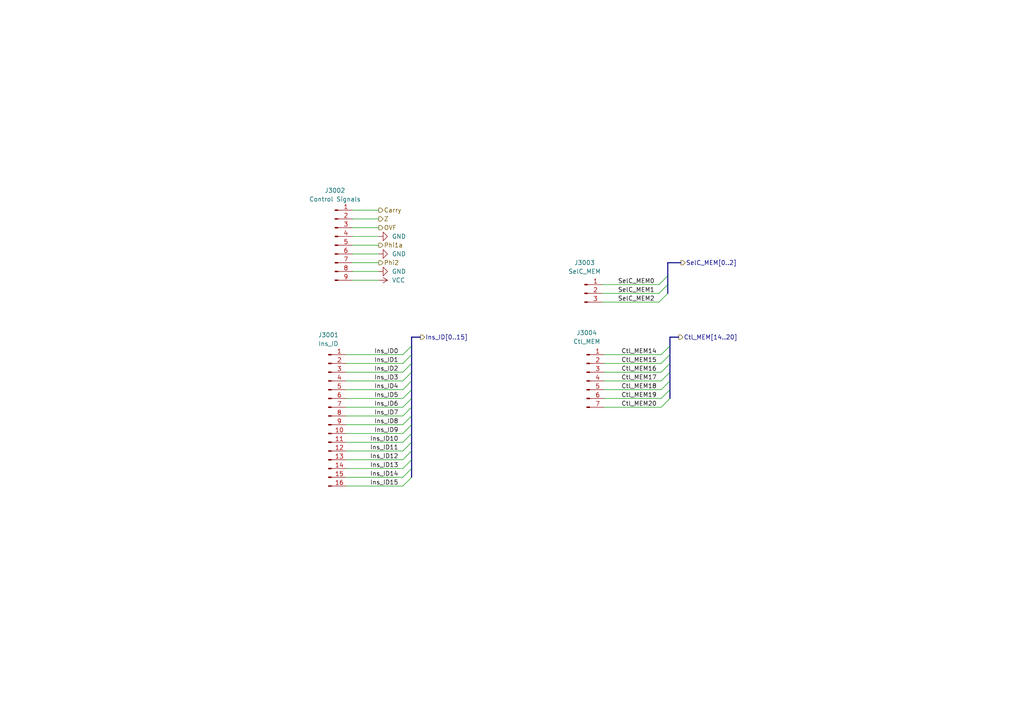
<source format=kicad_sch>
(kicad_sch (version 20211123) (generator eeschema)
  (paper "A4")
  (lib_symbols
    (symbol "Connector:Conn_01x03_Male" (pin_names (offset 1.016) hide)
      (property "Reference" "J" (at 0 5.08 0))
      (property "Value" "Conn_01x03_Male" (at 0 -5.08 0))
      (symbol "Conn_01x03_Male_1_1"
        (polyline (pts (xy 1.27 -2.54) (xy 0.8636 -2.54)) (stroke (width 0.1524)))
        (polyline (pts (xy 1.27 0) (xy 0.8636 0)) (stroke (width 0.1524)))
        (polyline (pts (xy 1.27 2.54) (xy 0.8636 2.54)) (stroke (width 0.1524)))
        (rectangle (start 0.8636 -2.413) (end 0 -2.667) (stroke (width 0.1524)) (fill (type outline)))
        (rectangle (start 0.8636 0.127) (end 0 -0.127) (stroke (width 0.1524)) (fill (type outline)))
        (rectangle (start 0.8636 2.667) (end 0 2.413) (stroke (width 0.1524)) (fill (type outline)))
        (pin passive line (at 5.08 2.54 180) (length 3.81) (name "Pin_1") (number "1"))
        (pin passive line (at 5.08 0 180) (length 3.81) (name "Pin_2") (number "2"))
        (pin passive line (at 5.08 -2.54 180) (length 3.81) (name "Pin_3") (number "3"))
      )
    )
    (symbol "Connector:Conn_01x07_Male" (pin_names (offset 1.016) hide)
      (property "Reference" "J" (at 0 10.16 0))
      (property "Value" "Conn_01x07_Male" (at 0 -10.16 0))
      (symbol "Conn_01x07_Male_1_1"
        (polyline (pts (xy 1.27 -7.62) (xy 0.8636 -7.62)) (stroke (width 0.1524)))
        (polyline (pts (xy 1.27 -5.08) (xy 0.8636 -5.08)) (stroke (width 0.1524)))
        (polyline (pts (xy 1.27 -2.54) (xy 0.8636 -2.54)) (stroke (width 0.1524)))
        (polyline (pts (xy 1.27 0) (xy 0.8636 0)) (stroke (width 0.1524)))
        (polyline (pts (xy 1.27 2.54) (xy 0.8636 2.54)) (stroke (width 0.1524)))
        (polyline (pts (xy 1.27 5.08) (xy 0.8636 5.08)) (stroke (width 0.1524)))
        (polyline (pts (xy 1.27 7.62) (xy 0.8636 7.62)) (stroke (width 0.1524)))
        (rectangle (start 0.8636 -7.493) (end 0 -7.747) (stroke (width 0.1524)) (fill (type outline)))
        (rectangle (start 0.8636 -4.953) (end 0 -5.207) (stroke (width 0.1524)) (fill (type outline)))
        (rectangle (start 0.8636 -2.413) (end 0 -2.667) (stroke (width 0.1524)) (fill (type outline)))
        (rectangle (start 0.8636 0.127) (end 0 -0.127) (stroke (width 0.1524)) (fill (type outline)))
        (rectangle (start 0.8636 2.667) (end 0 2.413) (stroke (width 0.1524)) (fill (type outline)))
        (rectangle (start 0.8636 5.207) (end 0 4.953) (stroke (width 0.1524)) (fill (type outline)))
        (rectangle (start 0.8636 7.747) (end 0 7.493) (stroke (width 0.1524)) (fill (type outline)))
        (pin passive line (at 5.08 7.62 180) (length 3.81) (name "Pin_1") (number "1"))
        (pin passive line (at 5.08 5.08 180) (length 3.81) (name "Pin_2") (number "2"))
        (pin passive line (at 5.08 2.54 180) (length 3.81) (name "Pin_3") (number "3"))
        (pin passive line (at 5.08 0 180) (length 3.81) (name "Pin_4") (number "4"))
        (pin passive line (at 5.08 -2.54 180) (length 3.81) (name "Pin_5") (number "5"))
        (pin passive line (at 5.08 -5.08 180) (length 3.81) (name "Pin_6") (number "6"))
        (pin passive line (at 5.08 -7.62 180) (length 3.81) (name "Pin_7") (number "7"))
      )
    )
    (symbol "Connector:Conn_01x09_Male" (pin_names (offset 1.016) hide)
      (property "Reference" "J" (at 0 12.7 0))
      (property "Value" "Conn_01x09_Male" (at 0 -12.7 0))
      (symbol "Conn_01x09_Male_1_1"
        (polyline (pts (xy 1.27 -10.16) (xy 0.8636 -10.16)) (stroke (width 0.1524)))
        (polyline (pts (xy 1.27 -7.62) (xy 0.8636 -7.62)) (stroke (width 0.1524)))
        (polyline (pts (xy 1.27 -5.08) (xy 0.8636 -5.08)) (stroke (width 0.1524)))
        (polyline (pts (xy 1.27 -2.54) (xy 0.8636 -2.54)) (stroke (width 0.1524)))
        (polyline (pts (xy 1.27 0) (xy 0.8636 0)) (stroke (width 0.1524)))
        (polyline (pts (xy 1.27 2.54) (xy 0.8636 2.54)) (stroke (width 0.1524)))
        (polyline (pts (xy 1.27 5.08) (xy 0.8636 5.08)) (stroke (width 0.1524)))
        (polyline (pts (xy 1.27 7.62) (xy 0.8636 7.62)) (stroke (width 0.1524)))
        (polyline (pts (xy 1.27 10.16) (xy 0.8636 10.16)) (stroke (width 0.1524)))
        (rectangle (start 0.8636 -10.033) (end 0 -10.287) (stroke (width 0.1524)) (fill (type outline)))
        (rectangle (start 0.8636 -7.493) (end 0 -7.747) (stroke (width 0.1524)) (fill (type outline)))
        (rectangle (start 0.8636 -4.953) (end 0 -5.207) (stroke (width 0.1524)) (fill (type outline)))
        (rectangle (start 0.8636 -2.413) (end 0 -2.667) (stroke (width 0.1524)) (fill (type outline)))
        (rectangle (start 0.8636 0.127) (end 0 -0.127) (stroke (width 0.1524)) (fill (type outline)))
        (rectangle (start 0.8636 2.667) (end 0 2.413) (stroke (width 0.1524)) (fill (type outline)))
        (rectangle (start 0.8636 5.207) (end 0 4.953) (stroke (width 0.1524)) (fill (type outline)))
        (rectangle (start 0.8636 7.747) (end 0 7.493) (stroke (width 0.1524)) (fill (type outline)))
        (rectangle (start 0.8636 10.287) (end 0 10.033) (stroke (width 0.1524)) (fill (type outline)))
        (pin passive line (at 5.08 10.16 180) (length 3.81) (name "Pin_1") (number "1"))
        (pin passive line (at 5.08 7.62 180) (length 3.81) (name "Pin_2") (number "2"))
        (pin passive line (at 5.08 5.08 180) (length 3.81) (name "Pin_3") (number "3"))
        (pin passive line (at 5.08 2.54 180) (length 3.81) (name "Pin_4") (number "4"))
        (pin passive line (at 5.08 0 180) (length 3.81) (name "Pin_5") (number "5"))
        (pin passive line (at 5.08 -2.54 180) (length 3.81) (name "Pin_6") (number "6"))
        (pin passive line (at 5.08 -5.08 180) (length 3.81) (name "Pin_7") (number "7"))
        (pin passive line (at 5.08 -7.62 180) (length 3.81) (name "Pin_8") (number "8"))
        (pin passive line (at 5.08 -10.16 180) (length 3.81) (name "Pin_9") (number "9"))
      )
    )
    (symbol "Connector:Conn_01x16_Male" (pin_names (offset 1.016) hide)
      (property "Reference" "J" (at 0 20.32 0))
      (property "Value" "Conn_01x16_Male" (at 0 -22.86 0))
      (symbol "Conn_01x16_Male_1_1"
        (polyline (pts (xy 1.27 -20.32) (xy 0.8636 -20.32)) (stroke (width 0.1524)))
        (polyline (pts (xy 1.27 -17.78) (xy 0.8636 -17.78)) (stroke (width 0.1524)))
        (polyline (pts (xy 1.27 -15.24) (xy 0.8636 -15.24)) (stroke (width 0.1524)))
        (polyline (pts (xy 1.27 -12.7) (xy 0.8636 -12.7)) (stroke (width 0.1524)))
        (polyline (pts (xy 1.27 -10.16) (xy 0.8636 -10.16)) (stroke (width 0.1524)))
        (polyline (pts (xy 1.27 -7.62) (xy 0.8636 -7.62)) (stroke (width 0.1524)))
        (polyline (pts (xy 1.27 -5.08) (xy 0.8636 -5.08)) (stroke (width 0.1524)))
        (polyline (pts (xy 1.27 -2.54) (xy 0.8636 -2.54)) (stroke (width 0.1524)))
        (polyline (pts (xy 1.27 0) (xy 0.8636 0)) (stroke (width 0.1524)))
        (polyline (pts (xy 1.27 2.54) (xy 0.8636 2.54)) (stroke (width 0.1524)))
        (polyline (pts (xy 1.27 5.08) (xy 0.8636 5.08)) (stroke (width 0.1524)))
        (polyline (pts (xy 1.27 7.62) (xy 0.8636 7.62)) (stroke (width 0.1524)))
        (polyline (pts (xy 1.27 10.16) (xy 0.8636 10.16)) (stroke (width 0.1524)))
        (polyline (pts (xy 1.27 12.7) (xy 0.8636 12.7)) (stroke (width 0.1524)))
        (polyline (pts (xy 1.27 15.24) (xy 0.8636 15.24)) (stroke (width 0.1524)))
        (polyline (pts (xy 1.27 17.78) (xy 0.8636 17.78)) (stroke (width 0.1524)))
        (rectangle (start 0.8636 -20.193) (end 0 -20.447) (stroke (width 0.1524)) (fill (type outline)))
        (rectangle (start 0.8636 -17.653) (end 0 -17.907) (stroke (width 0.1524)) (fill (type outline)))
        (rectangle (start 0.8636 -15.113) (end 0 -15.367) (stroke (width 0.1524)) (fill (type outline)))
        (rectangle (start 0.8636 -12.573) (end 0 -12.827) (stroke (width 0.1524)) (fill (type outline)))
        (rectangle (start 0.8636 -10.033) (end 0 -10.287) (stroke (width 0.1524)) (fill (type outline)))
        (rectangle (start 0.8636 -7.493) (end 0 -7.747) (stroke (width 0.1524)) (fill (type outline)))
        (rectangle (start 0.8636 -4.953) (end 0 -5.207) (stroke (width 0.1524)) (fill (type outline)))
        (rectangle (start 0.8636 -2.413) (end 0 -2.667) (stroke (width 0.1524)) (fill (type outline)))
        (rectangle (start 0.8636 0.127) (end 0 -0.127) (stroke (width 0.1524)) (fill (type outline)))
        (rectangle (start 0.8636 2.667) (end 0 2.413) (stroke (width 0.1524)) (fill (type outline)))
        (rectangle (start 0.8636 5.207) (end 0 4.953) (stroke (width 0.1524)) (fill (type outline)))
        (rectangle (start 0.8636 7.747) (end 0 7.493) (stroke (width 0.1524)) (fill (type outline)))
        (rectangle (start 0.8636 10.287) (end 0 10.033) (stroke (width 0.1524)) (fill (type outline)))
        (rectangle (start 0.8636 12.827) (end 0 12.573) (stroke (width 0.1524)) (fill (type outline)))
        (rectangle (start 0.8636 15.367) (end 0 15.113) (stroke (width 0.1524)) (fill (type outline)))
        (rectangle (start 0.8636 17.907) (end 0 17.653) (stroke (width 0.1524)) (fill (type outline)))
        (pin passive line (at 5.08 17.78 180) (length 3.81) (name "Pin_1") (number "1"))
        (pin passive line (at 5.08 -5.08 180) (length 3.81) (name "Pin_10") (number "10"))
        (pin passive line (at 5.08 -7.62 180) (length 3.81) (name "Pin_11") (number "11"))
        (pin passive line (at 5.08 -10.16 180) (length 3.81) (name "Pin_12") (number "12"))
        (pin passive line (at 5.08 -12.7 180) (length 3.81) (name "Pin_13") (number "13"))
        (pin passive line (at 5.08 -15.24 180) (length 3.81) (name "Pin_14") (number "14"))
        (pin passive line (at 5.08 -17.78 180) (length 3.81) (name "Pin_15") (number "15"))
        (pin passive line (at 5.08 -20.32 180) (length 3.81) (name "Pin_16") (number "16"))
        (pin passive line (at 5.08 15.24 180) (length 3.81) (name "Pin_2") (number "2"))
        (pin passive line (at 5.08 12.7 180) (length 3.81) (name "Pin_3") (number "3"))
        (pin passive line (at 5.08 10.16 180) (length 3.81) (name "Pin_4") (number "4"))
        (pin passive line (at 5.08 7.62 180) (length 3.81) (name "Pin_5") (number "5"))
        (pin passive line (at 5.08 5.08 180) (length 3.81) (name "Pin_6") (number "6"))
        (pin passive line (at 5.08 2.54 180) (length 3.81) (name "Pin_7") (number "7"))
        (pin passive line (at 5.08 0 180) (length 3.81) (name "Pin_8") (number "8"))
        (pin passive line (at 5.08 -2.54 180) (length 3.81) (name "Pin_9") (number "9"))
      )
    )
    (symbol "power:GND" (power) (pin_names (offset 0))
      (property "Value" "GND" (at 0 -3.81 0))
      (symbol "GND_0_1"
        (polyline (pts (xy 0 0) (xy 0 -1.27) (xy 1.27 -1.27) (xy 0 -2.54) (xy -1.27 -1.27) (xy 0 -1.27)))
      )
      (symbol "GND_1_1"
        (pin power_in line (at 0 0 270) (length 0) hide (name "GND") (number "1"))
      )
    )
    (symbol "power:VCC" (power) (pin_names (offset 0))
      (property "Value" "VCC" (at 0 3.81 0))
      (symbol "VCC_0_1"
        (polyline (pts (xy -0.762 1.27) (xy 0 2.54)))
        (polyline (pts (xy 0 0) (xy 0 2.54)))
        (polyline (pts (xy 0 2.54) (xy 0.762 1.27)))
      )
      (symbol "VCC_1_1"
        (pin power_in line (at 0 0 90) (length 0) hide (name "VCC") (number "1"))
      )
    )
  )
  (bus_entry (at 194.31 113.03) (size -2.54 2.54))
  (bus_entry (at 119.38 110.49) (size -2.54 2.54))
  (bus_entry (at 119.38 115.57) (size -2.54 2.54))
  (bus_entry (at 194.31 102.87) (size -2.54 2.54))
  (bus_entry (at 119.38 100.33) (size -2.54 2.54))
  (bus_entry (at 119.38 120.65) (size -2.54 2.54))
  (bus_entry (at 119.38 107.95) (size -2.54 2.54))
  (bus_entry (at 119.38 138.43) (size -2.54 2.54))
  (bus_entry (at 194.31 115.57) (size -2.54 2.54))
  (bus_entry (at 194.31 100.33) (size -2.54 2.54))
  (bus_entry (at 119.38 102.87) (size -2.54 2.54))
  (bus_entry (at 119.38 105.41) (size -2.54 2.54))
  (bus_entry (at 119.38 123.19) (size -2.54 2.54))
  (bus_entry (at 119.38 130.81) (size -2.54 2.54))
  (bus_entry (at 194.31 107.95) (size -2.54 2.54))
  (bus_entry (at 119.38 135.89) (size -2.54 2.54))
  (bus_entry (at 119.38 113.03) (size -2.54 2.54))
  (bus_entry (at 119.38 118.11) (size -2.54 2.54))
  (bus_entry (at 193.675 85.09) (size -2.54 2.54))
  (bus_entry (at 119.38 125.73) (size -2.54 2.54))
  (bus_entry (at 193.675 82.55) (size -2.54 2.54))
  (bus_entry (at 194.31 105.41) (size -2.54 2.54))
  (bus_entry (at 119.38 133.35) (size -2.54 2.54))
  (bus_entry (at 119.38 128.27) (size -2.54 2.54))
  (bus_entry (at 193.675 80.01) (size -2.54 2.54))
  (bus_entry (at 194.31 110.49) (size -2.54 2.54))
  (bus (pts (xy 196.85 97.79) (xy 194.31 97.79)))
  (wire (pts (xy 191.77 110.49) (xy 175.26 110.49)))
  (bus (pts (xy 119.38 115.57) (xy 119.38 118.11)))
  (wire (pts (xy 102.235 78.74) (xy 109.855 78.74)))
  (wire (pts (xy 191.77 115.57) (xy 175.26 115.57)))
  (wire (pts (xy 102.235 81.28) (xy 109.855 81.28)))
  (wire (pts (xy 191.135 85.09) (xy 174.625 85.09)))
  (bus (pts (xy 119.38 97.79) (xy 119.38 100.33)))
  (wire (pts (xy 116.84 115.57) (xy 100.33 115.57)))
  (wire (pts (xy 102.235 60.96) (xy 109.855 60.96)))
  (bus (pts (xy 121.92 97.79) (xy 119.38 97.79)))
  (bus (pts (xy 193.675 85.09) (xy 193.675 82.55)))
  (wire (pts (xy 116.84 105.41) (xy 100.33 105.41)))
  (bus (pts (xy 119.38 133.35) (xy 119.38 135.89)))
  (bus (pts (xy 194.31 110.49) (xy 194.31 113.03)))
  (bus (pts (xy 119.38 113.03) (xy 119.38 115.57)))
  (wire (pts (xy 116.84 128.27) (xy 100.33 128.27)))
  (bus (pts (xy 193.675 76.2) (xy 197.485 76.2)))
  (wire (pts (xy 191.135 82.55) (xy 174.625 82.55)))
  (wire (pts (xy 191.77 118.11) (xy 175.26 118.11)))
  (wire (pts (xy 102.235 66.04) (xy 109.855 66.04)))
  (bus (pts (xy 119.38 128.27) (xy 119.38 130.81)))
  (wire (pts (xy 116.84 118.11) (xy 100.33 118.11)))
  (bus (pts (xy 119.38 110.49) (xy 119.38 113.03)))
  (wire (pts (xy 116.84 120.65) (xy 100.33 120.65)))
  (bus (pts (xy 119.38 107.95) (xy 119.38 110.49)))
  (bus (pts (xy 193.675 80.01) (xy 193.675 76.2)))
  (bus (pts (xy 194.31 100.33) (xy 194.31 102.87)))
  (wire (pts (xy 191.77 102.87) (xy 175.26 102.87)))
  (wire (pts (xy 116.84 138.43) (xy 100.33 138.43)))
  (bus (pts (xy 194.31 113.03) (xy 194.31 115.57)))
  (bus (pts (xy 119.38 100.33) (xy 119.38 102.87)))
  (wire (pts (xy 191.77 113.03) (xy 175.26 113.03)))
  (bus (pts (xy 119.38 105.41) (xy 119.38 107.95)))
  (wire (pts (xy 102.235 71.12) (xy 109.855 71.12)))
  (wire (pts (xy 116.84 123.19) (xy 100.33 123.19)))
  (wire (pts (xy 102.235 76.2) (xy 109.855 76.2)))
  (wire (pts (xy 116.84 113.03) (xy 100.33 113.03)))
  (wire (pts (xy 116.84 133.35) (xy 100.33 133.35)))
  (wire (pts (xy 102.235 73.66) (xy 109.855 73.66)))
  (bus (pts (xy 119.38 130.81) (xy 119.38 133.35)))
  (wire (pts (xy 116.84 102.87) (xy 100.33 102.87)))
  (bus (pts (xy 194.31 97.79) (xy 194.31 100.33)))
  (bus (pts (xy 119.38 125.73) (xy 119.38 128.27)))
  (bus (pts (xy 194.31 107.95) (xy 194.31 110.49)))
  (wire (pts (xy 191.77 107.95) (xy 175.26 107.95)))
  (bus (pts (xy 119.38 135.89) (xy 119.38 138.43)))
  (bus (pts (xy 119.38 102.87) (xy 119.38 105.41)))
  (wire (pts (xy 116.84 110.49) (xy 100.33 110.49)))
  (bus (pts (xy 194.31 105.41) (xy 194.31 107.95)))
  (bus (pts (xy 194.31 102.87) (xy 194.31 105.41)))
  (wire (pts (xy 116.84 130.81) (xy 100.33 130.81)))
  (wire (pts (xy 102.235 68.58) (xy 109.855 68.58)))
  (bus (pts (xy 119.38 123.19) (xy 119.38 125.73)))
  (wire (pts (xy 116.84 125.73) (xy 100.33 125.73)))
  (wire (pts (xy 191.77 105.41) (xy 175.26 105.41)))
  (wire (pts (xy 191.135 87.63) (xy 174.625 87.63)))
  (wire (pts (xy 102.235 63.5) (xy 109.855 63.5)))
  (bus (pts (xy 119.38 118.11) (xy 119.38 120.65)))
  (bus (pts (xy 193.675 82.55) (xy 193.675 80.01)))
  (bus (pts (xy 119.38 120.65) (xy 119.38 123.19)))
  (wire (pts (xy 116.84 107.95) (xy 100.33 107.95)))
  (wire (pts (xy 116.84 135.89) (xy 100.33 135.89)))
  (wire (pts (xy 116.84 140.97) (xy 100.33 140.97)))
  (label "SelC_MEM1" (at 189.865 85.09 180))
  (label "Ins_ID0" (at 115.57 102.87 180))
  (label "Ins_ID10" (at 115.57 128.27 180))
  (label "Ins_ID6" (at 115.57 118.11 180))
  (label "Ins_ID5" (at 115.57 115.57 180))
  (label "SelC_MEM0" (at 189.865 82.55 180))
  (label "Ins_ID14" (at 115.57 138.43 180))
  (label "Ctl_MEM17" (at 190.5 110.49 180))
  (label "Ins_ID15" (at 115.57 140.97 180))
  (label "Ins_ID13" (at 115.57 135.89 180))
  (label "Ins_ID12" (at 115.57 133.35 180))
  (label "Ins_ID3" (at 115.57 110.49 180))
  (label "Ins_ID7" (at 115.57 120.65 180))
  (label "Ctl_MEM18" (at 190.5 113.03 180))
  (label "Ins_ID2" (at 115.57 107.95 180))
  (label "Ctl_MEM15" (at 190.5 105.41 180))
  (label "Ins_ID9" (at 115.57 125.73 180))
  (label "Ctl_MEM19" (at 190.5 115.57 180))
  (label "Ctl_MEM20" (at 190.5 118.11 180))
  (label "Ins_ID1" (at 115.57 105.41 180))
  (label "Ins_ID11" (at 115.57 130.81 180))
  (label "SelC_MEM2" (at 189.865 87.63 180))
  (label "Ins_ID4" (at 115.57 113.03 180))
  (label "Ctl_MEM16" (at 190.5 107.95 180))
  (label "Ctl_MEM14" (at 190.5 102.87 180))
  (label "Ins_ID8" (at 115.57 123.19 180))
  (hierarchical_label "OVF" (shape output) (at 109.855 66.04 0))
  (hierarchical_label "Z" (shape output) (at 109.855 63.5 0))
  (hierarchical_label "Ctl_MEM[14..20]" (shape output) (at 196.85 97.79 0))
  (hierarchical_label "Phi2" (shape output) (at 109.855 76.2 0))
  (hierarchical_label "SelC_MEM[0..2]" (shape output) (at 197.485 76.2 0))
  (hierarchical_label "Ins_ID[0..15]" (shape output) (at 121.92 97.79 0))
  (hierarchical_label "Phi1a" (shape output) (at 109.855 71.12 0))
  (hierarchical_label "Carry" (shape output) (at 109.855 60.96 0))
  (symbol (lib_id "power:GND") (at 109.855 68.58 90) (unit 1)
    (property "Reference" "#PWR03015" (effects hide))
    (property "Value" "GND" (at 113.665 68.5799 90) (effects (justify right)))
  )
  (symbol (lib_id "power:GND") (at 109.855 78.74 90) (unit 1)
    (property "Reference" "#PWR03017" (effects hide))
    (property "Value" "GND" (at 113.665 78.7399 90) (effects (justify right)))
  )
  (symbol (lib_id "Connector:Conn_01x09_Male") (at 97.155 71.12 0) (unit 1)
    (property "Reference" "J3002" (at 97.155 55.245 0))
    (property "Value" "Control Signals" (at 97.155 57.785 0))
    (property "Footprint" "Connector_PinHeader_2.54mm:PinHeader_1x09_P2.54mm_Vertical" (effects hide))
  )
  (symbol (lib_id "Connector:Conn_01x03_Male") (at 169.545 85.09 0) (unit 1)
    (property "Reference" "J3003" (at 169.545 76.2 0))
    (property "Value" "SelC_MEM" (at 169.545 78.74 0))
    (property "Footprint" "Connector_PinHeader_2.54mm:PinHeader_1x03_P2.54mm_Vertical" (effects hide))
  )
  (symbol (lib_id "power:VCC") (at 109.855 81.28 270) (unit 1)
    (property "Reference" "#PWR03018" (effects hide))
    (property "Value" "VCC" (at 113.665 81.2799 90) (effects (justify left)))
  )
  (symbol (lib_id "Connector:Conn_01x07_Male") (at 170.18 110.49 0) (unit 1)
    (property "Reference" "J3004" (at 170.18 96.52 0))
    (property "Value" "Ctl_MEM" (at 170.18 99.06 0))
    (property "Footprint" "Connector_PinHeader_2.54mm:PinHeader_1x07_P2.54mm_Vertical" (effects hide))
  )
  (symbol (lib_id "Connector:Conn_01x16_Male") (at 95.25 120.65 0) (unit 1)
    (property "Reference" "J3001" (at 95.25 97.155 0))
    (property "Value" "Ins_ID" (at 95.25 99.695 0))
    (property "Footprint" "Connector_PinHeader_2.54mm:PinHeader_1x16_P2.54mm_Vertical" (effects hide))
  )
  (symbol (lib_id "power:GND") (at 109.855 73.66 90) (unit 1)
    (property "Reference" "#PWR03016" (effects hide))
    (property "Value" "GND" (at 113.665 73.6599 90) (effects (justify right)))
  )
)
</source>
